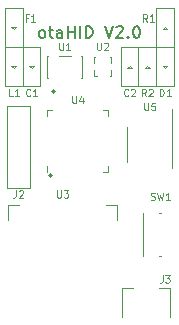
<source format=gto>
G04 #@! TF.GenerationSoftware,KiCad,Pcbnew,(6.0.9)*
G04 #@! TF.CreationDate,2022-12-10T19:33:09+09:00*
G04 #@! TF.ProjectId,otaHID,6f746148-4944-42e6-9b69-6361645f7063,2.0*
G04 #@! TF.SameCoordinates,Original*
G04 #@! TF.FileFunction,Legend,Top*
G04 #@! TF.FilePolarity,Positive*
%FSLAX46Y46*%
G04 Gerber Fmt 4.6, Leading zero omitted, Abs format (unit mm)*
G04 Created by KiCad (PCBNEW (6.0.9)) date 2022-12-10 19:33:09*
%MOMM*%
%LPD*%
G01*
G04 APERTURE LIST*
%ADD10C,0.150000*%
%ADD11C,0.100000*%
%ADD12C,0.120000*%
%ADD13C,0.200000*%
G04 APERTURE END LIST*
D10*
X-4071428Y-2252380D02*
X-4166666Y-2204761D01*
X-4214285Y-2157142D01*
X-4261904Y-2061904D01*
X-4261904Y-1776190D01*
X-4214285Y-1680952D01*
X-4166666Y-1633333D01*
X-4071428Y-1585714D01*
X-3928571Y-1585714D01*
X-3833333Y-1633333D01*
X-3785714Y-1680952D01*
X-3738095Y-1776190D01*
X-3738095Y-2061904D01*
X-3785714Y-2157142D01*
X-3833333Y-2204761D01*
X-3928571Y-2252380D01*
X-4071428Y-2252380D01*
X-3452380Y-1585714D02*
X-3071428Y-1585714D01*
X-3309523Y-1252380D02*
X-3309523Y-2109523D01*
X-3261904Y-2204761D01*
X-3166666Y-2252380D01*
X-3071428Y-2252380D01*
X-2309523Y-2252380D02*
X-2309523Y-1728571D01*
X-2357142Y-1633333D01*
X-2452380Y-1585714D01*
X-2642857Y-1585714D01*
X-2738095Y-1633333D01*
X-2309523Y-2204761D02*
X-2404761Y-2252380D01*
X-2642857Y-2252380D01*
X-2738095Y-2204761D01*
X-2785714Y-2109523D01*
X-2785714Y-2014285D01*
X-2738095Y-1919047D01*
X-2642857Y-1871428D01*
X-2404761Y-1871428D01*
X-2309523Y-1823809D01*
X-1833333Y-2252380D02*
X-1833333Y-1252380D01*
X-1833333Y-1728571D02*
X-1261904Y-1728571D01*
X-1261904Y-2252380D02*
X-1261904Y-1252380D01*
X-785714Y-2252380D02*
X-785714Y-1252380D01*
X-309523Y-2252380D02*
X-309523Y-1252380D01*
X-71428Y-1252380D01*
X71428Y-1300000D01*
X166666Y-1395238D01*
X214285Y-1490476D01*
X261904Y-1680952D01*
X261904Y-1823809D01*
X214285Y-2014285D01*
X166666Y-2109523D01*
X71428Y-2204761D01*
X-71428Y-2252380D01*
X-309523Y-2252380D01*
X1309523Y-1252380D02*
X1642857Y-2252380D01*
X1976190Y-1252380D01*
X2261904Y-1347619D02*
X2309523Y-1300000D01*
X2404761Y-1252380D01*
X2642857Y-1252380D01*
X2738095Y-1300000D01*
X2785714Y-1347619D01*
X2833333Y-1442857D01*
X2833333Y-1538095D01*
X2785714Y-1680952D01*
X2214285Y-2252380D01*
X2833333Y-2252380D01*
X3261904Y-2157142D02*
X3309523Y-2204761D01*
X3261904Y-2252380D01*
X3214285Y-2204761D01*
X3261904Y-2157142D01*
X3261904Y-2252380D01*
X3928571Y-1252380D02*
X4023809Y-1252380D01*
X4119047Y-1300000D01*
X4166666Y-1347619D01*
X4214285Y-1442857D01*
X4261904Y-1633333D01*
X4261904Y-1871428D01*
X4214285Y-2061904D01*
X4166666Y-2157142D01*
X4119047Y-2204761D01*
X4023809Y-2252380D01*
X3928571Y-2252380D01*
X3833333Y-2204761D01*
X3785714Y-2157142D01*
X3738095Y-2061904D01*
X3690476Y-1871428D01*
X3690476Y-1633333D01*
X3738095Y-1442857D01*
X3785714Y-1347619D01*
X3833333Y-1300000D01*
X3928571Y-1252380D01*
D11*
X3300000Y-7114285D02*
X3271428Y-7142857D01*
X3185714Y-7171428D01*
X3128571Y-7171428D01*
X3042857Y-7142857D01*
X2985714Y-7085714D01*
X2957142Y-7028571D01*
X2928571Y-6914285D01*
X2928571Y-6828571D01*
X2957142Y-6714285D01*
X2985714Y-6657142D01*
X3042857Y-6600000D01*
X3128571Y-6571428D01*
X3185714Y-6571428D01*
X3271428Y-6600000D01*
X3300000Y-6628571D01*
X3528571Y-6628571D02*
X3557142Y-6600000D01*
X3614285Y-6571428D01*
X3757142Y-6571428D01*
X3814285Y-6600000D01*
X3842857Y-6628571D01*
X3871428Y-6685714D01*
X3871428Y-6742857D01*
X3842857Y-6828571D01*
X3500000Y-7171428D01*
X3871428Y-7171428D01*
X-1457142Y-7171428D02*
X-1457142Y-7657142D01*
X-1428571Y-7714285D01*
X-1400000Y-7742857D01*
X-1342857Y-7771428D01*
X-1228571Y-7771428D01*
X-1171428Y-7742857D01*
X-1142857Y-7714285D01*
X-1114285Y-7657142D01*
X-1114285Y-7171428D01*
X-571428Y-7371428D02*
X-571428Y-7771428D01*
X-714285Y-7142857D02*
X-857142Y-7571428D01*
X-485714Y-7571428D01*
X642857Y-2671428D02*
X642857Y-3157142D01*
X671428Y-3214285D01*
X700000Y-3242857D01*
X757142Y-3271428D01*
X871428Y-3271428D01*
X928571Y-3242857D01*
X957142Y-3214285D01*
X985714Y-3157142D01*
X985714Y-2671428D01*
X1242857Y-2728571D02*
X1271428Y-2700000D01*
X1328571Y-2671428D01*
X1471428Y-2671428D01*
X1528571Y-2700000D01*
X1557142Y-2728571D01*
X1585714Y-2785714D01*
X1585714Y-2842857D01*
X1557142Y-2928571D01*
X1214285Y-3271428D01*
X1585714Y-3271428D01*
X5200000Y-15942857D02*
X5285714Y-15971428D01*
X5428571Y-15971428D01*
X5485714Y-15942857D01*
X5514285Y-15914285D01*
X5542857Y-15857142D01*
X5542857Y-15800000D01*
X5514285Y-15742857D01*
X5485714Y-15714285D01*
X5428571Y-15685714D01*
X5314285Y-15657142D01*
X5257142Y-15628571D01*
X5228571Y-15600000D01*
X5200000Y-15542857D01*
X5200000Y-15485714D01*
X5228571Y-15428571D01*
X5257142Y-15400000D01*
X5314285Y-15371428D01*
X5457142Y-15371428D01*
X5542857Y-15400000D01*
X5742857Y-15371428D02*
X5885714Y-15971428D01*
X6000000Y-15542857D01*
X6114285Y-15971428D01*
X6257142Y-15371428D01*
X6800000Y-15971428D02*
X6457142Y-15971428D01*
X6628571Y-15971428D02*
X6628571Y-15371428D01*
X6571428Y-15457142D01*
X6514285Y-15514285D01*
X6457142Y-15542857D01*
X-2757142Y-15171428D02*
X-2757142Y-15657142D01*
X-2728571Y-15714285D01*
X-2700000Y-15742857D01*
X-2642857Y-15771428D01*
X-2528571Y-15771428D01*
X-2471428Y-15742857D01*
X-2442857Y-15714285D01*
X-2414285Y-15657142D01*
X-2414285Y-15171428D01*
X-2185714Y-15171428D02*
X-1814285Y-15171428D01*
X-2014285Y-15400000D01*
X-1928571Y-15400000D01*
X-1871428Y-15428571D01*
X-1842857Y-15457142D01*
X-1814285Y-15514285D01*
X-1814285Y-15657142D01*
X-1842857Y-15714285D01*
X-1871428Y-15742857D01*
X-1928571Y-15771428D01*
X-2100000Y-15771428D01*
X-2157142Y-15742857D01*
X-2185714Y-15714285D01*
X-5000000Y-7114285D02*
X-5028571Y-7142857D01*
X-5114285Y-7171428D01*
X-5171428Y-7171428D01*
X-5257142Y-7142857D01*
X-5314285Y-7085714D01*
X-5342857Y-7028571D01*
X-5371428Y-6914285D01*
X-5371428Y-6828571D01*
X-5342857Y-6714285D01*
X-5314285Y-6657142D01*
X-5257142Y-6600000D01*
X-5171428Y-6571428D01*
X-5114285Y-6571428D01*
X-5028571Y-6600000D01*
X-5000000Y-6628571D01*
X-4428571Y-7171428D02*
X-4771428Y-7171428D01*
X-4600000Y-7171428D02*
X-4600000Y-6571428D01*
X-4657142Y-6657142D01*
X-4714285Y-6714285D01*
X-4771428Y-6742857D01*
X4900000Y-871428D02*
X4700000Y-585714D01*
X4557142Y-871428D02*
X4557142Y-271428D01*
X4785714Y-271428D01*
X4842857Y-300000D01*
X4871428Y-328571D01*
X4900000Y-385714D01*
X4900000Y-471428D01*
X4871428Y-528571D01*
X4842857Y-557142D01*
X4785714Y-585714D01*
X4557142Y-585714D01*
X5471428Y-871428D02*
X5128571Y-871428D01*
X5300000Y-871428D02*
X5300000Y-271428D01*
X5242857Y-357142D01*
X5185714Y-414285D01*
X5128571Y-442857D01*
X-6200000Y-15171428D02*
X-6200000Y-15600000D01*
X-6228571Y-15685714D01*
X-6285714Y-15742857D01*
X-6371428Y-15771428D01*
X-6428571Y-15771428D01*
X-5942857Y-15228571D02*
X-5914285Y-15200000D01*
X-5857142Y-15171428D01*
X-5714285Y-15171428D01*
X-5657142Y-15200000D01*
X-5628571Y-15228571D01*
X-5600000Y-15285714D01*
X-5600000Y-15342857D01*
X-5628571Y-15428571D01*
X-5971428Y-15771428D01*
X-5600000Y-15771428D01*
X-6500000Y-7171428D02*
X-6785714Y-7171428D01*
X-6785714Y-6571428D01*
X-5985714Y-7171428D02*
X-6328571Y-7171428D01*
X-6157142Y-7171428D02*
X-6157142Y-6571428D01*
X-6214285Y-6657142D01*
X-6271428Y-6714285D01*
X-6328571Y-6742857D01*
X-2557142Y-2671428D02*
X-2557142Y-3157142D01*
X-2528571Y-3214285D01*
X-2500000Y-3242857D01*
X-2442857Y-3271428D01*
X-2328571Y-3271428D01*
X-2271428Y-3242857D01*
X-2242857Y-3214285D01*
X-2214285Y-3157142D01*
X-2214285Y-2671428D01*
X-1614285Y-3271428D02*
X-1957142Y-3271428D01*
X-1785714Y-3271428D02*
X-1785714Y-2671428D01*
X-1842857Y-2757142D01*
X-1900000Y-2814285D01*
X-1957142Y-2842857D01*
X-5200000Y-557142D02*
X-5400000Y-557142D01*
X-5400000Y-871428D02*
X-5400000Y-271428D01*
X-5114285Y-271428D01*
X-4571428Y-871428D02*
X-4914285Y-871428D01*
X-4742857Y-871428D02*
X-4742857Y-271428D01*
X-4800000Y-357142D01*
X-4857142Y-414285D01*
X-4914285Y-442857D01*
X5957142Y-7171428D02*
X5957142Y-6571428D01*
X6100000Y-6571428D01*
X6185714Y-6600000D01*
X6242857Y-6657142D01*
X6271428Y-6714285D01*
X6300000Y-6828571D01*
X6300000Y-6914285D01*
X6271428Y-7028571D01*
X6242857Y-7085714D01*
X6185714Y-7142857D01*
X6100000Y-7171428D01*
X5957142Y-7171428D01*
X6871428Y-7171428D02*
X6528571Y-7171428D01*
X6700000Y-7171428D02*
X6700000Y-6571428D01*
X6642857Y-6657142D01*
X6585714Y-6714285D01*
X6528571Y-6742857D01*
X4642857Y-7771428D02*
X4642857Y-8257142D01*
X4671428Y-8314285D01*
X4700000Y-8342857D01*
X4757142Y-8371428D01*
X4871428Y-8371428D01*
X4928571Y-8342857D01*
X4957142Y-8314285D01*
X4985714Y-8257142D01*
X4985714Y-7771428D01*
X5557142Y-7771428D02*
X5271428Y-7771428D01*
X5242857Y-8057142D01*
X5271428Y-8028571D01*
X5328571Y-8000000D01*
X5471428Y-8000000D01*
X5528571Y-8028571D01*
X5557142Y-8057142D01*
X5585714Y-8114285D01*
X5585714Y-8257142D01*
X5557142Y-8314285D01*
X5528571Y-8342857D01*
X5471428Y-8371428D01*
X5328571Y-8371428D01*
X5271428Y-8342857D01*
X5242857Y-8314285D01*
X6200000Y-22371428D02*
X6200000Y-22800000D01*
X6171428Y-22885714D01*
X6114285Y-22942857D01*
X6028571Y-22971428D01*
X5971428Y-22971428D01*
X6428571Y-22371428D02*
X6800000Y-22371428D01*
X6600000Y-22600000D01*
X6685714Y-22600000D01*
X6742857Y-22628571D01*
X6771428Y-22657142D01*
X6800000Y-22714285D01*
X6800000Y-22857142D01*
X6771428Y-22914285D01*
X6742857Y-22942857D01*
X6685714Y-22971428D01*
X6514285Y-22971428D01*
X6457142Y-22942857D01*
X6428571Y-22914285D01*
X4800000Y-7171428D02*
X4600000Y-6885714D01*
X4457142Y-7171428D02*
X4457142Y-6571428D01*
X4685714Y-6571428D01*
X4742857Y-6600000D01*
X4771428Y-6628571D01*
X4800000Y-6685714D01*
X4800000Y-6771428D01*
X4771428Y-6828571D01*
X4742857Y-6857142D01*
X4685714Y-6885714D01*
X4457142Y-6885714D01*
X5028571Y-6628571D02*
X5057142Y-6600000D01*
X5114285Y-6571428D01*
X5257142Y-6571428D01*
X5314285Y-6600000D01*
X5342857Y-6628571D01*
X5371428Y-6685714D01*
X5371428Y-6742857D01*
X5342857Y-6828571D01*
X5000000Y-7171428D01*
X5371428Y-7171428D01*
D12*
X3400000Y-4600000D02*
X3600000Y-4800000D01*
X4150000Y-3050000D02*
X4150000Y-6350000D01*
X3600000Y-4800000D02*
X3200000Y-4800000D01*
X3200000Y-4800000D02*
X3400000Y-4600000D01*
X2650000Y-3050000D02*
X2650000Y-6350000D01*
X4150000Y-6350000D02*
X2650000Y-6350000D01*
X4150000Y-3050000D02*
X2650000Y-3050000D01*
X1610000Y-8865000D02*
X1610000Y-8390000D01*
X1610000Y-8390000D02*
X1135000Y-8390000D01*
X-3610000Y-13135000D02*
X-3610000Y-13610000D01*
X1610000Y-13135000D02*
X1610000Y-13610000D01*
X-3610000Y-8390000D02*
X-3135000Y-8390000D01*
X1610000Y-13610000D02*
X1135000Y-13610000D01*
X-3610000Y-8865000D02*
X-3610000Y-8390000D01*
D13*
X-3200000Y-13900000D02*
G75*
G03*
X-3200000Y-13900000I-100000J0D01*
G01*
D12*
X1700000Y-3900000D02*
X1800000Y-3900000D01*
X1800000Y-3900000D02*
X1800000Y-4400000D01*
X400000Y-5500000D02*
X400000Y-5000000D01*
X1800000Y-5000000D02*
X1800000Y-5500000D01*
X1800000Y-5500000D02*
X1700000Y-5500000D01*
X400000Y-4400000D02*
X400000Y-3900000D01*
X600000Y-5500000D02*
X400000Y-5500000D01*
X400000Y-3900000D02*
X500000Y-3900000D01*
X4500000Y-20700000D02*
X4500000Y-17100000D01*
X6100000Y-17100000D02*
X5900000Y-17100000D01*
X6100000Y-20700000D02*
X5900000Y-20700000D01*
X-6900000Y-16400000D02*
X-6000000Y-16400000D01*
X2300000Y-17700000D02*
X2300000Y-16400000D01*
X2300000Y-16400000D02*
X1400000Y-16400000D01*
X-6900000Y-17700000D02*
X-6900000Y-16400000D01*
X-5650000Y-6350000D02*
X-4150000Y-6350000D01*
X-5650000Y-3050000D02*
X-4150000Y-3050000D01*
X-4150000Y-6350000D02*
X-4150000Y-3050000D01*
X-5650000Y-6350000D02*
X-5650000Y-3050000D01*
X-5100000Y-4600000D02*
X-4700000Y-4600000D01*
X-4900000Y-4800000D02*
X-5100000Y-4600000D01*
X-4700000Y-4600000D02*
X-4900000Y-4800000D01*
X6600000Y-1500000D02*
X6200000Y-1500000D01*
X5650000Y250000D02*
X5650000Y-3050000D01*
X7150000Y250000D02*
X5650000Y250000D01*
X7150000Y-3050000D02*
X5650000Y-3050000D01*
X6400000Y-1300000D02*
X6600000Y-1500000D01*
X6200000Y-1500000D02*
X6400000Y-1300000D01*
X7150000Y250000D02*
X7150000Y-3050000D01*
X-5050000Y-8000000D02*
X-6950000Y-8000000D01*
X-5050000Y-14950000D02*
X-5050000Y-8000000D01*
X-5050000Y-14950000D02*
X-6950000Y-14950000D01*
X-6950000Y-14950000D02*
X-6950000Y-8000000D01*
X-6200000Y-4600000D02*
X-6400000Y-4800000D01*
X-7150000Y-6350000D02*
X-7150000Y-3050000D01*
X-7150000Y-6350000D02*
X-5650000Y-6350000D01*
X-5650000Y-6350000D02*
X-5650000Y-3050000D01*
X-6400000Y-4800000D02*
X-6600000Y-4600000D01*
X-7150000Y-3050000D02*
X-5650000Y-3050000D01*
X-6600000Y-4600000D02*
X-6200000Y-4600000D01*
X-3500000Y-3750000D02*
X-3600000Y-3750000D01*
X-3600000Y-5650000D02*
X-3500000Y-5650000D01*
X-700000Y-5650000D02*
X-600000Y-5650000D01*
X-3600000Y-3750000D02*
X-3600000Y-5650000D01*
X-600000Y-3750000D02*
X-700000Y-3750000D01*
X-2600000Y-3750000D02*
X-1600000Y-3750000D01*
X-600000Y-5650000D02*
X-600000Y-3750000D01*
D13*
X-2950000Y-6800000D02*
G75*
G03*
X-2950000Y-6800000I-100000J0D01*
G01*
D12*
X-7150000Y-3050000D02*
X-7150000Y250000D01*
X-5650000Y-3050000D02*
X-5650000Y250000D01*
X-6400000Y-1500000D02*
X-6600000Y-1300000D01*
X-7150000Y-3050000D02*
X-5650000Y-3050000D01*
X-6600000Y-1300000D02*
X-6200000Y-1300000D01*
X-6200000Y-1300000D02*
X-6400000Y-1500000D01*
X-7150000Y250000D02*
X-5650000Y250000D01*
X5650000Y-6350000D02*
X7150000Y-6350000D01*
X5650000Y-6350000D02*
X5650000Y-3050000D01*
X6600000Y-4600000D02*
X6400000Y-4800000D01*
X6200000Y-4600000D02*
X6600000Y-4600000D01*
X7150000Y-6350000D02*
X7150000Y-3050000D01*
X5650000Y-3050000D02*
X7150000Y-3050000D01*
X6400000Y-4800000D02*
X6200000Y-4600000D01*
X7020000Y-8300000D02*
X7020000Y-13300000D01*
X3180000Y-12800000D02*
X3180000Y-9800000D01*
X6800000Y-23450000D02*
X6800000Y-25850000D01*
X2800000Y-25850000D02*
X2800000Y-23450000D01*
X2800000Y-23450000D02*
X3700000Y-23450000D01*
X5900000Y-23450000D02*
X6800000Y-23450000D01*
X5650000Y-3050000D02*
X4150000Y-3050000D01*
X4700000Y-4800000D02*
X4900000Y-4600000D01*
X4900000Y-4600000D02*
X5100000Y-4800000D01*
X5100000Y-4800000D02*
X4700000Y-4800000D01*
X5650000Y-3050000D02*
X5650000Y-6350000D01*
X4150000Y-3050000D02*
X4150000Y-6350000D01*
X5650000Y-6350000D02*
X4150000Y-6350000D01*
M02*

</source>
